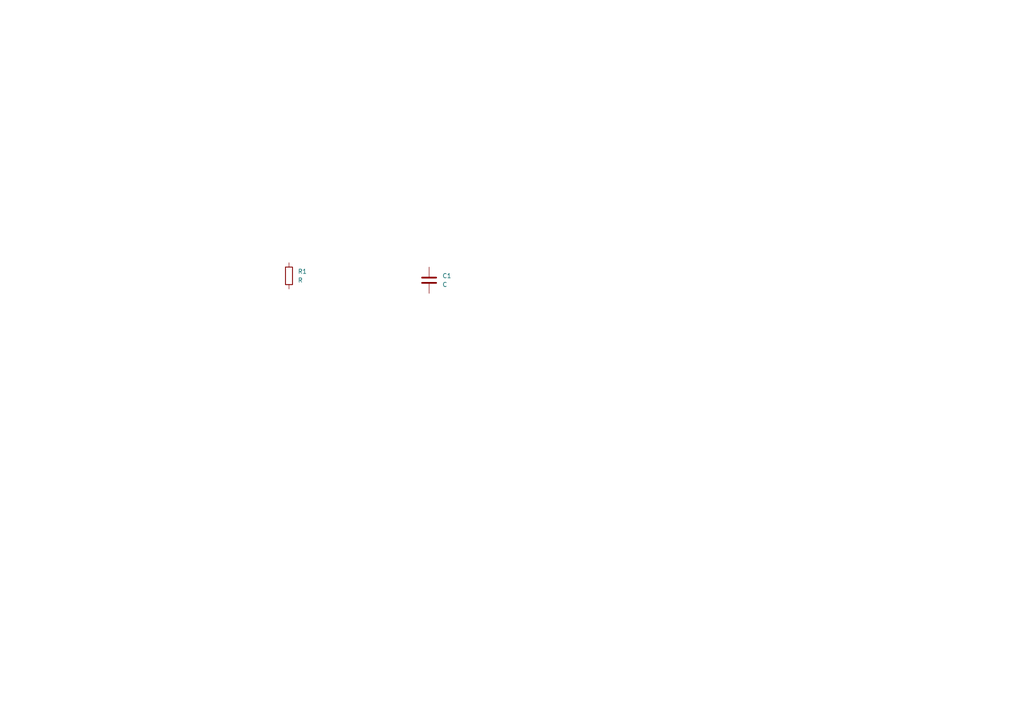
<source format=kicad_sch>
(kicad_sch (version 20231120) (generator "eeschema") (generator_version "8.0")
  (paper "A4")
  (lib_symbols
    (symbol "Device:C" (pin_numbers hide) (pin_names (offset 0.254))
      (property "Reference" "C" (at 0.635 2.54 0))
      (property "Value" "C" (at 0.635 -2.54 0))
      (symbol "C_0_1"
        (polyline (pts (xy -2.032 -0.762) (xy 2.032 -0.762)) (stroke (width 0.508)))
        (polyline (pts (xy -2.032 0.762) (xy 2.032 0.762)) (stroke (width 0.508)))
      )
      (symbol "C_1_1"
        (pin passive line (at 0 3.81 270) (length 2.794) (name "~") (number "1"))
        (pin passive line (at 0 -3.81 90) (length 2.794) (name "~") (number "2"))
      )
    )
    (symbol "Device:R" (pin_numbers hide) (pin_names (offset 0))
      (property "Reference" "R" (at 2.032 0 90))
      (property "Value" "R" (at 0 0 90))
      (symbol "R_0_1"
        (rectangle (start -1.016 -2.54) (end 1.016 2.54) (stroke (width 0.254)))
      )
      (symbol "R_1_1"
        (pin passive line (at 0 3.81 270) (length 1.27) (name "~") (number "1"))
        (pin passive line (at 0 -3.81 90) (length 1.27) (name "~") (number "2"))
      )
    )
  )
  (symbol (lib_id "Device:R") (at 83.82 80.01 0) (unit 1)
    (property "Reference" "R1" (at 86.36 78.7399 0) (effects (justify left)))
    (property "Value" "R" (at 86.36 81.2799 0) (effects (justify left)))
    (property "Description" "Resistor" (effects (hide yes)))
  )
  (symbol (lib_id "Device:C") (at 124.46 81.28 0) (unit 1)
    (property "Reference" "C1" (at 128.27 80.0099 0) (effects (justify left)))
    (property "Value" "C" (at 128.27 82.5499 0) (effects (justify left)))
    (property "Description" "Unpolarized capacitor" (effects (hide yes)))
  )
)
</source>
